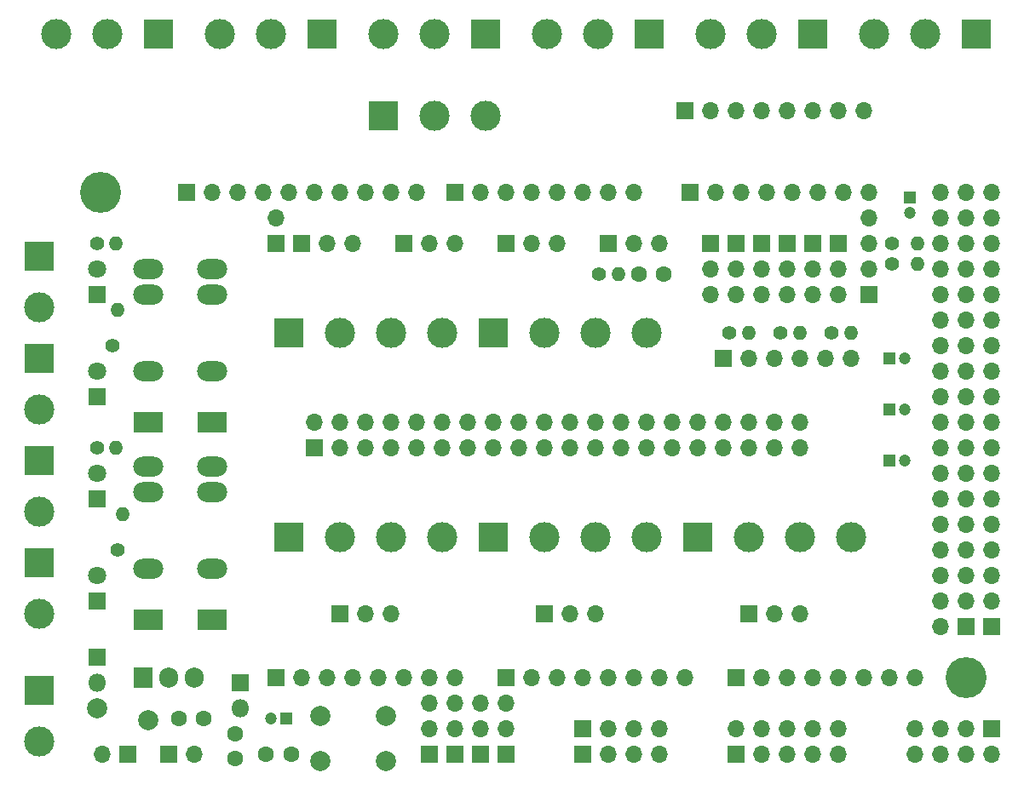
<source format=gbs>
%TF.GenerationSoftware,KiCad,Pcbnew,(5.1.6-0-10_14)*%
%TF.CreationDate,2020-10-31T20:27:49+00:00*%
%TF.ProjectId,DeWinCNC,44655769-6e43-44e4-932e-6b696361645f,0.5*%
%TF.SameCoordinates,Original*%
%TF.FileFunction,Soldermask,Bot*%
%TF.FilePolarity,Negative*%
%FSLAX46Y46*%
G04 Gerber Fmt 4.6, Leading zero omitted, Abs format (unit mm)*
G04 Created by KiCad (PCBNEW (5.1.6-0-10_14)) date 2020-10-31 20:27:49*
%MOMM*%
%LPD*%
G01*
G04 APERTURE LIST*
%ADD10O,1.700000X1.700000*%
%ADD11R,1.700000X1.700000*%
%ADD12O,1.400000X1.400000*%
%ADD13C,1.400000*%
%ADD14R,3.000000X3.000000*%
%ADD15C,3.000000*%
%ADD16C,2.010000*%
%ADD17O,1.800000X1.800000*%
%ADD18R,1.800000X1.800000*%
%ADD19C,1.600000*%
%ADD20O,1.905000X2.000000*%
%ADD21R,1.905000X2.000000*%
%ADD22C,1.200000*%
%ADD23R,1.200000X1.200000*%
%ADD24C,2.000000*%
%ADD25C,1.800000*%
%ADD26C,4.064000*%
%ADD27O,3.000000X2.000000*%
%ADD28R,3.000000X2.000000*%
G04 APERTURE END LIST*
D10*
%TO.C,JM2*%
X151130000Y-71120000D03*
X148590000Y-71120000D03*
X146050000Y-71120000D03*
X143510000Y-71120000D03*
X140970000Y-71120000D03*
X138430000Y-71120000D03*
X135890000Y-71120000D03*
X133350000Y-71120000D03*
X130810000Y-71120000D03*
D11*
X128270000Y-71120000D03*
%TD*%
%TO.C,JM5*%
X137160000Y-119380000D03*
D10*
X139700000Y-119380000D03*
X142240000Y-119380000D03*
X144780000Y-119380000D03*
X147320000Y-119380000D03*
X149860000Y-119380000D03*
X152400000Y-119380000D03*
X154940000Y-119380000D03*
%TD*%
D11*
%TO.C,JM1*%
X160020000Y-119380000D03*
D10*
X162560000Y-119380000D03*
X165100000Y-119380000D03*
X167640000Y-119380000D03*
X170180000Y-119380000D03*
X172720000Y-119380000D03*
X175260000Y-119380000D03*
X177800000Y-119380000D03*
%TD*%
D11*
%TO.C,JM6*%
X182880000Y-119380000D03*
D10*
X185420000Y-119380000D03*
X187960000Y-119380000D03*
X190500000Y-119380000D03*
X193040000Y-119380000D03*
X195580000Y-119380000D03*
X198120000Y-119380000D03*
X200660000Y-119380000D03*
%TD*%
D11*
%TO.C,JM3*%
X154940000Y-71120000D03*
D10*
X157480000Y-71120000D03*
X160020000Y-71120000D03*
X162560000Y-71120000D03*
X165100000Y-71120000D03*
X167640000Y-71120000D03*
X170180000Y-71120000D03*
X172720000Y-71120000D03*
%TD*%
D11*
%TO.C,JM4*%
X178308000Y-71120000D03*
D10*
X180848000Y-71120000D03*
X183388000Y-71120000D03*
X185928000Y-71120000D03*
X188468000Y-71120000D03*
X191008000Y-71120000D03*
X193548000Y-71120000D03*
X196088000Y-71120000D03*
%TD*%
%TO.C,J40*%
X195580000Y-62992000D03*
X193040000Y-62992000D03*
X190500000Y-62992000D03*
X187960000Y-62992000D03*
X185420000Y-62992000D03*
X182880000Y-62992000D03*
X180340000Y-62992000D03*
D11*
X177800000Y-62992000D03*
%TD*%
D12*
%TO.C,R4*%
X121920000Y-103124000D03*
D13*
X121412000Y-106680000D03*
%TD*%
D12*
%TO.C,R6*%
X121412000Y-82804000D03*
D13*
X120904000Y-86360000D03*
%TD*%
D10*
%TO.C,J1*%
X203174000Y-71120000D03*
X205714000Y-71120000D03*
X203174000Y-73660000D03*
X205714000Y-73660000D03*
X203174000Y-76200000D03*
X205714000Y-76200000D03*
X203174000Y-78740000D03*
X205714000Y-78740000D03*
X203174000Y-81280000D03*
X205714000Y-81280000D03*
X203174000Y-83820000D03*
X205714000Y-83820000D03*
X203174000Y-86360000D03*
X205714000Y-86360000D03*
X203174000Y-88900000D03*
X205714000Y-88900000D03*
X203174000Y-91440000D03*
X205714000Y-91440000D03*
X203174000Y-93980000D03*
X205714000Y-93980000D03*
X203174000Y-96520000D03*
X205714000Y-96520000D03*
X203174000Y-99060000D03*
X205714000Y-99060000D03*
X203174000Y-101600000D03*
X205714000Y-101600000D03*
X203174000Y-104140000D03*
X205714000Y-104140000D03*
X203174000Y-106680000D03*
X205714000Y-106680000D03*
X203174000Y-109220000D03*
X205714000Y-109220000D03*
X203174000Y-111760000D03*
X205714000Y-111760000D03*
X203174000Y-114300000D03*
D11*
X205714000Y-114300000D03*
%TD*%
D14*
%TO.C,J43*%
X157988000Y-55372000D03*
D15*
X152908000Y-55372000D03*
X147828000Y-55372000D03*
%TD*%
%TO.C,J41*%
X115316000Y-55372000D03*
X120396000Y-55372000D03*
D14*
X125476000Y-55372000D03*
%TD*%
%TO.C,J42*%
X141732000Y-55372000D03*
D15*
X136652000Y-55372000D03*
X131572000Y-55372000D03*
%TD*%
%TO.C,J47*%
X157988000Y-63500000D03*
X152908000Y-63500000D03*
D14*
X147828000Y-63500000D03*
%TD*%
D16*
%TO.C,F1*%
X124480000Y-123628000D03*
X119380000Y-122428000D03*
%TD*%
D17*
%TO.C,D6*%
X119380000Y-119888000D03*
D18*
X119380000Y-117348000D03*
%TD*%
D17*
%TO.C,D5*%
X133604000Y-122428000D03*
D18*
X133604000Y-119888000D03*
%TD*%
D10*
%TO.C,J4*%
X129032000Y-127000000D03*
D11*
X126492000Y-127000000D03*
%TD*%
D10*
%TO.C,J10*%
X119888000Y-127000000D03*
D11*
X122428000Y-127000000D03*
%TD*%
D19*
%TO.C,C10*%
X133096000Y-127468000D03*
X133096000Y-124968000D03*
%TD*%
%TO.C,C9*%
X130008000Y-123444000D03*
X127508000Y-123444000D03*
%TD*%
D20*
%TO.C,U5*%
X129032000Y-119380000D03*
X126492000Y-119380000D03*
D21*
X123952000Y-119380000D03*
%TD*%
D19*
%TO.C,C5*%
X136184000Y-127000000D03*
X138684000Y-127000000D03*
%TD*%
%TO.C,C7*%
X173228000Y-79248000D03*
X175728000Y-79248000D03*
%TD*%
D10*
%TO.C,J37*%
X175260000Y-76200000D03*
X172720000Y-76200000D03*
D11*
X170180000Y-76200000D03*
%TD*%
D12*
%TO.C,R8*%
X200940000Y-78232000D03*
D13*
X198400000Y-78232000D03*
%TD*%
D12*
%TO.C,R9*%
X200940000Y-76200000D03*
D13*
X198400000Y-76200000D03*
%TD*%
D12*
%TO.C,R10*%
X171196000Y-79248000D03*
D13*
X169296000Y-79248000D03*
%TD*%
D22*
%TO.C,C6*%
X200152000Y-73128000D03*
D23*
X200152000Y-71628000D03*
%TD*%
D14*
%TO.C,J46*%
X206756000Y-55372000D03*
D15*
X201676000Y-55372000D03*
X196596000Y-55372000D03*
%TD*%
D14*
%TO.C,J45*%
X190500000Y-55372000D03*
D15*
X185420000Y-55372000D03*
X180340000Y-55372000D03*
%TD*%
D14*
%TO.C,J44*%
X174244000Y-55372000D03*
D15*
X169164000Y-55372000D03*
X164084000Y-55372000D03*
%TD*%
D11*
%TO.C,J38*%
X140970000Y-96520000D03*
D10*
X140970000Y-93980000D03*
X143510000Y-96520000D03*
X143510000Y-93980000D03*
X146050000Y-96520000D03*
X146050000Y-93980000D03*
X148590000Y-96520000D03*
X148590000Y-93980000D03*
X151130000Y-96520000D03*
X151130000Y-93980000D03*
X153670000Y-96520000D03*
X153670000Y-93980000D03*
X156210000Y-96520000D03*
X156210000Y-93980000D03*
X158750000Y-96520000D03*
X158750000Y-93980000D03*
X161290000Y-96520000D03*
X161290000Y-93980000D03*
X163830000Y-96520000D03*
X163830000Y-93980000D03*
X166370000Y-96520000D03*
X166370000Y-93980000D03*
X168910000Y-96520000D03*
X168910000Y-93980000D03*
X171450000Y-96520000D03*
X171450000Y-93980000D03*
X173990000Y-96520000D03*
X173990000Y-93980000D03*
X176530000Y-96520000D03*
X176530000Y-93980000D03*
X179070000Y-96520000D03*
X179070000Y-93980000D03*
X181610000Y-96520000D03*
X181610000Y-93980000D03*
X184150000Y-96520000D03*
X184150000Y-93980000D03*
X186690000Y-96520000D03*
X186690000Y-93980000D03*
X189230000Y-96520000D03*
X189230000Y-93980000D03*
%TD*%
D24*
%TO.C,RESET*%
X148105000Y-123190000D03*
X148105000Y-127690000D03*
X141605000Y-123190000D03*
X141605000Y-127690000D03*
%TD*%
D22*
%TO.C,C4*%
X136676000Y-123444000D03*
D23*
X138176000Y-123444000D03*
%TD*%
D13*
%TO.C,R5*%
X119385000Y-96520000D03*
D12*
X121285000Y-96520000D03*
%TD*%
D18*
%TO.C,D4*%
X119380000Y-111760000D03*
D25*
X119380000Y-109220000D03*
%TD*%
D18*
%TO.C,D3*%
X119380000Y-101600000D03*
D25*
X119380000Y-99060000D03*
%TD*%
D18*
%TO.C,D2*%
X119380000Y-91440000D03*
D25*
X119380000Y-88900000D03*
%TD*%
%TO.C,D1*%
X119380000Y-78740000D03*
D18*
X119380000Y-81280000D03*
%TD*%
D12*
%TO.C,R7*%
X121285000Y-76200000D03*
D13*
X119385000Y-76200000D03*
%TD*%
%TO.C,R1*%
X182245000Y-85090000D03*
D12*
X184145000Y-85090000D03*
%TD*%
D13*
%TO.C,R2*%
X187325000Y-85090000D03*
D12*
X189225000Y-85090000D03*
%TD*%
%TO.C,R3*%
X194305000Y-85090000D03*
D13*
X192405000Y-85090000D03*
%TD*%
D23*
%TO.C,C1*%
X198120000Y-97790000D03*
D22*
X199620000Y-97790000D03*
%TD*%
D23*
%TO.C,C2*%
X198120000Y-92710000D03*
D22*
X199620000Y-92710000D03*
%TD*%
%TO.C,C3*%
X199620000Y-87630000D03*
D23*
X198120000Y-87630000D03*
%TD*%
D15*
%TO.C,J36*%
X113665000Y-125730000D03*
D14*
X113665000Y-120650000D03*
%TD*%
D10*
%TO.C,J33*%
X189230000Y-113030000D03*
X186690000Y-113030000D03*
D11*
X184150000Y-113030000D03*
%TD*%
D10*
%TO.C,J32*%
X168910000Y-113030000D03*
X166370000Y-113030000D03*
D11*
X163830000Y-113030000D03*
%TD*%
D10*
%TO.C,J31*%
X148590000Y-113030000D03*
X146050000Y-113030000D03*
D11*
X143510000Y-113030000D03*
%TD*%
D15*
%TO.C,J16*%
X194310000Y-105410000D03*
D14*
X179070000Y-105410000D03*
D15*
X189230000Y-105410000D03*
X184150000Y-105410000D03*
%TD*%
%TO.C,J15*%
X173990000Y-105410000D03*
D14*
X158750000Y-105410000D03*
D15*
X168910000Y-105410000D03*
X163830000Y-105410000D03*
%TD*%
%TO.C,J14*%
X153670000Y-105410000D03*
D14*
X138430000Y-105410000D03*
D15*
X148590000Y-105410000D03*
X143510000Y-105410000D03*
%TD*%
%TO.C,J18*%
X143510000Y-85090000D03*
X148590000Y-85090000D03*
D14*
X138430000Y-85090000D03*
D15*
X153670000Y-85090000D03*
%TD*%
%TO.C,J25*%
X173990000Y-85090000D03*
D14*
X158750000Y-85090000D03*
D15*
X168910000Y-85090000D03*
X163830000Y-85090000D03*
%TD*%
D14*
%TO.C,J30*%
X113665000Y-107950000D03*
D15*
X113665000Y-113030000D03*
%TD*%
D14*
%TO.C,J262*%
X113665000Y-97790000D03*
D15*
X113665000Y-102870000D03*
%TD*%
D14*
%TO.C,J261*%
X113665000Y-87630000D03*
D15*
X113665000Y-92710000D03*
%TD*%
%TO.C,J28*%
X113665000Y-82550000D03*
D14*
X113665000Y-77470000D03*
%TD*%
D26*
%TO.C,P10*%
X205740000Y-119380000D03*
%TD*%
%TO.C,P11*%
X119770000Y-71120000D03*
%TD*%
D10*
%TO.C,J27*%
X194310000Y-87630000D03*
X191770000Y-87630000D03*
X189230000Y-87630000D03*
X186690000Y-87630000D03*
X184150000Y-87630000D03*
D11*
X181610000Y-87630000D03*
%TD*%
%TO.C,J3*%
X152400000Y-127000000D03*
D10*
X152400000Y-124460000D03*
X152400000Y-121920000D03*
%TD*%
D11*
%TO.C,J7*%
X154940000Y-127000000D03*
D10*
X154940000Y-124460000D03*
X154940000Y-121920000D03*
%TD*%
D11*
%TO.C,J11*%
X157480000Y-127000000D03*
D10*
X157480000Y-124460000D03*
X157480000Y-121920000D03*
%TD*%
%TO.C,J13*%
X160020000Y-121920000D03*
X160020000Y-124460000D03*
D11*
X160020000Y-127000000D03*
%TD*%
D10*
%TO.C,J12*%
X175260000Y-124460000D03*
X172720000Y-124460000D03*
X170180000Y-124460000D03*
D11*
X167640000Y-124460000D03*
%TD*%
%TO.C,J6*%
X167640000Y-127000000D03*
D10*
X170180000Y-127000000D03*
X172720000Y-127000000D03*
X175260000Y-127000000D03*
%TD*%
%TO.C,J8*%
X193040000Y-124460000D03*
X193040000Y-127000000D03*
X190500000Y-124460000D03*
X190500000Y-127000000D03*
X187960000Y-124460000D03*
X187960000Y-127000000D03*
X185420000Y-124460000D03*
X185420000Y-127000000D03*
X182880000Y-124460000D03*
D11*
X182880000Y-127000000D03*
%TD*%
D10*
%TO.C,J9*%
X200660000Y-127000000D03*
X200660000Y-124460000D03*
X203200000Y-127000000D03*
X203200000Y-124460000D03*
X205740000Y-127000000D03*
X205740000Y-124460000D03*
X208280000Y-127000000D03*
D11*
X208280000Y-124460000D03*
%TD*%
%TO.C,J39*%
X137160000Y-76200000D03*
D10*
X137160000Y-73660000D03*
%TD*%
D11*
%TO.C,J19*%
X180340000Y-76200000D03*
D10*
X180340000Y-78740000D03*
X180340000Y-81280000D03*
%TD*%
D11*
%TO.C,J20*%
X182880000Y-76200000D03*
D10*
X182880000Y-78740000D03*
X182880000Y-81280000D03*
%TD*%
D11*
%TO.C,J21*%
X185420000Y-76200000D03*
D10*
X185420000Y-78740000D03*
X185420000Y-81280000D03*
%TD*%
D11*
%TO.C,J22*%
X187960000Y-76200000D03*
D10*
X187960000Y-78740000D03*
X187960000Y-81280000D03*
%TD*%
D11*
%TO.C,J23*%
X190500000Y-76200000D03*
D10*
X190500000Y-78740000D03*
X190500000Y-81280000D03*
%TD*%
%TO.C,J24*%
X193040000Y-81280000D03*
X193040000Y-78740000D03*
D11*
X193040000Y-76200000D03*
%TD*%
D10*
%TO.C,J29*%
X196088000Y-73660000D03*
X196088000Y-76200000D03*
X196088000Y-78740000D03*
D11*
X196088000Y-81280000D03*
%TD*%
D10*
%TO.C,J2*%
X208280000Y-71120000D03*
X208280000Y-73660000D03*
X208280000Y-76200000D03*
X208280000Y-78740000D03*
X208280000Y-81280000D03*
X208280000Y-83820000D03*
X208280000Y-86360000D03*
X208280000Y-88900000D03*
X208280000Y-91440000D03*
X208280000Y-93980000D03*
X208280000Y-96520000D03*
X208280000Y-99060000D03*
X208280000Y-101600000D03*
X208280000Y-104140000D03*
X208280000Y-106680000D03*
X208280000Y-109220000D03*
X208280000Y-111760000D03*
D11*
X208280000Y-114300000D03*
%TD*%
D10*
%TO.C,J35*%
X165100000Y-76200000D03*
X162560000Y-76200000D03*
D11*
X160020000Y-76200000D03*
%TD*%
%TO.C,J34*%
X149860000Y-76200000D03*
D10*
X152400000Y-76200000D03*
X154940000Y-76200000D03*
%TD*%
%TO.C,J5*%
X144780000Y-76200000D03*
X142240000Y-76200000D03*
D11*
X139700000Y-76200000D03*
%TD*%
D27*
%TO.C,U1*%
X130810000Y-78740000D03*
X130810000Y-81280000D03*
X130810000Y-88900000D03*
D28*
X130810000Y-93980000D03*
%TD*%
%TO.C,U2*%
X124460000Y-93980000D03*
D27*
X124460000Y-88900000D03*
X124460000Y-81280000D03*
X124460000Y-78740000D03*
%TD*%
%TO.C,U3*%
X130810000Y-98425000D03*
X130810000Y-100965000D03*
X130810000Y-108585000D03*
D28*
X130810000Y-113665000D03*
%TD*%
%TO.C,U4*%
X124460000Y-113665000D03*
D27*
X124460000Y-108585000D03*
X124460000Y-100965000D03*
X124460000Y-98425000D03*
%TD*%
M02*

</source>
